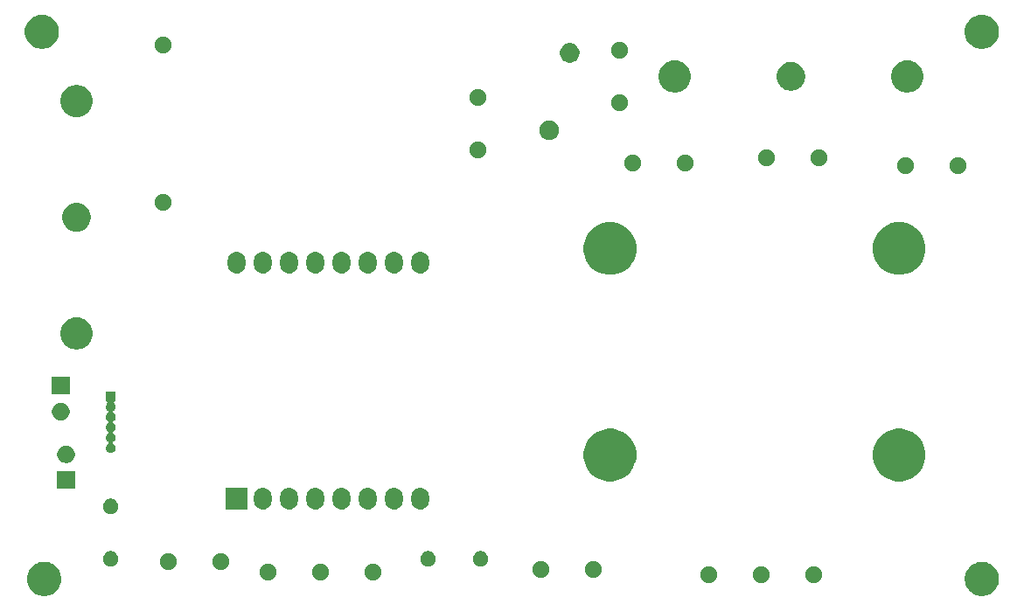
<source format=gbr>
G04 #@! TF.GenerationSoftware,KiCad,Pcbnew,5.1.5+dfsg1-2build2*
G04 #@! TF.CreationDate,2020-05-08T19:42:09+02:00*
G04 #@! TF.ProjectId,sm,736d2e6b-6963-4616-945f-706362585858,rev?*
G04 #@! TF.SameCoordinates,Original*
G04 #@! TF.FileFunction,Soldermask,Bot*
G04 #@! TF.FilePolarity,Negative*
%FSLAX46Y46*%
G04 Gerber Fmt 4.6, Leading zero omitted, Abs format (unit mm)*
G04 Created by KiCad (PCBNEW 5.1.5+dfsg1-2build2) date 2020-05-08 19:42:09*
%MOMM*%
%LPD*%
G04 APERTURE LIST*
%ADD10C,0.100000*%
G04 APERTURE END LIST*
D10*
G36*
X221375256Y-115391298D02*
G01*
X221481579Y-115412447D01*
X221694037Y-115500450D01*
X221738821Y-115519000D01*
X221782042Y-115536903D01*
X222052451Y-115717585D01*
X222282415Y-115947549D01*
X222463097Y-116217958D01*
X222587553Y-116518421D01*
X222608702Y-116624744D01*
X222651000Y-116837389D01*
X222651000Y-117162611D01*
X222622384Y-117306471D01*
X222587553Y-117481579D01*
X222463097Y-117782042D01*
X222282415Y-118052451D01*
X222052451Y-118282415D01*
X221782042Y-118463097D01*
X221481579Y-118587553D01*
X221375256Y-118608702D01*
X221162611Y-118651000D01*
X220837389Y-118651000D01*
X220624744Y-118608702D01*
X220518421Y-118587553D01*
X220217958Y-118463097D01*
X219947549Y-118282415D01*
X219717585Y-118052451D01*
X219536903Y-117782042D01*
X219412447Y-117481579D01*
X219377616Y-117306471D01*
X219349000Y-117162611D01*
X219349000Y-116837389D01*
X219391298Y-116624744D01*
X219412447Y-116518421D01*
X219536903Y-116217958D01*
X219717585Y-115947549D01*
X219947549Y-115717585D01*
X220217958Y-115536903D01*
X220261180Y-115519000D01*
X220305963Y-115500450D01*
X220518421Y-115412447D01*
X220624744Y-115391298D01*
X220837389Y-115349000D01*
X221162611Y-115349000D01*
X221375256Y-115391298D01*
G37*
G36*
X130581256Y-115391298D02*
G01*
X130687579Y-115412447D01*
X130900037Y-115500450D01*
X130944821Y-115519000D01*
X130988042Y-115536903D01*
X131258451Y-115717585D01*
X131488415Y-115947549D01*
X131669097Y-116217958D01*
X131793553Y-116518421D01*
X131814702Y-116624744D01*
X131857000Y-116837389D01*
X131857000Y-117162611D01*
X131828384Y-117306471D01*
X131793553Y-117481579D01*
X131669097Y-117782042D01*
X131488415Y-118052451D01*
X131258451Y-118282415D01*
X130988042Y-118463097D01*
X130687579Y-118587553D01*
X130581256Y-118608702D01*
X130368611Y-118651000D01*
X130043389Y-118651000D01*
X129830744Y-118608702D01*
X129724421Y-118587553D01*
X129423958Y-118463097D01*
X129153549Y-118282415D01*
X128923585Y-118052451D01*
X128742903Y-117782042D01*
X128618447Y-117481579D01*
X128583616Y-117306471D01*
X128555000Y-117162611D01*
X128555000Y-116837389D01*
X128597298Y-116624744D01*
X128618447Y-116518421D01*
X128742903Y-116217958D01*
X128923585Y-115947549D01*
X129153549Y-115717585D01*
X129423958Y-115536903D01*
X129467180Y-115519000D01*
X129511963Y-115500450D01*
X129724421Y-115412447D01*
X129830744Y-115391298D01*
X130043389Y-115349000D01*
X130368611Y-115349000D01*
X130581256Y-115391298D01*
G37*
G36*
X199881142Y-115804242D02*
G01*
X200029101Y-115865529D01*
X200162255Y-115954499D01*
X200275501Y-116067745D01*
X200364471Y-116200899D01*
X200425758Y-116348858D01*
X200457000Y-116505925D01*
X200457000Y-116666075D01*
X200425758Y-116823142D01*
X200364471Y-116971101D01*
X200275501Y-117104255D01*
X200162255Y-117217501D01*
X200029101Y-117306471D01*
X199881142Y-117367758D01*
X199724075Y-117399000D01*
X199563925Y-117399000D01*
X199406858Y-117367758D01*
X199258899Y-117306471D01*
X199125745Y-117217501D01*
X199012499Y-117104255D01*
X198923529Y-116971101D01*
X198862242Y-116823142D01*
X198831000Y-116666075D01*
X198831000Y-116505925D01*
X198862242Y-116348858D01*
X198923529Y-116200899D01*
X199012499Y-116067745D01*
X199125745Y-115954499D01*
X199258899Y-115865529D01*
X199406858Y-115804242D01*
X199563925Y-115773000D01*
X199724075Y-115773000D01*
X199881142Y-115804242D01*
G37*
G36*
X194801142Y-115804242D02*
G01*
X194949101Y-115865529D01*
X195082255Y-115954499D01*
X195195501Y-116067745D01*
X195284471Y-116200899D01*
X195345758Y-116348858D01*
X195377000Y-116505925D01*
X195377000Y-116666075D01*
X195345758Y-116823142D01*
X195284471Y-116971101D01*
X195195501Y-117104255D01*
X195082255Y-117217501D01*
X194949101Y-117306471D01*
X194801142Y-117367758D01*
X194644075Y-117399000D01*
X194483925Y-117399000D01*
X194326858Y-117367758D01*
X194178899Y-117306471D01*
X194045745Y-117217501D01*
X193932499Y-117104255D01*
X193843529Y-116971101D01*
X193782242Y-116823142D01*
X193751000Y-116666075D01*
X193751000Y-116505925D01*
X193782242Y-116348858D01*
X193843529Y-116200899D01*
X193932499Y-116067745D01*
X194045745Y-115954499D01*
X194178899Y-115865529D01*
X194326858Y-115804242D01*
X194483925Y-115773000D01*
X194644075Y-115773000D01*
X194801142Y-115804242D01*
G37*
G36*
X204961142Y-115804242D02*
G01*
X205109101Y-115865529D01*
X205242255Y-115954499D01*
X205355501Y-116067745D01*
X205444471Y-116200899D01*
X205505758Y-116348858D01*
X205537000Y-116505925D01*
X205537000Y-116666075D01*
X205505758Y-116823142D01*
X205444471Y-116971101D01*
X205355501Y-117104255D01*
X205242255Y-117217501D01*
X205109101Y-117306471D01*
X204961142Y-117367758D01*
X204804075Y-117399000D01*
X204643925Y-117399000D01*
X204486858Y-117367758D01*
X204338899Y-117306471D01*
X204205745Y-117217501D01*
X204092499Y-117104255D01*
X204003529Y-116971101D01*
X203942242Y-116823142D01*
X203911000Y-116666075D01*
X203911000Y-116505925D01*
X203942242Y-116348858D01*
X204003529Y-116200899D01*
X204092499Y-116067745D01*
X204205745Y-115954499D01*
X204338899Y-115865529D01*
X204486858Y-115804242D01*
X204643925Y-115773000D01*
X204804075Y-115773000D01*
X204961142Y-115804242D01*
G37*
G36*
X162289142Y-115550242D02*
G01*
X162437101Y-115611529D01*
X162570255Y-115700499D01*
X162683501Y-115813745D01*
X162772471Y-115946899D01*
X162833758Y-116094858D01*
X162865000Y-116251925D01*
X162865000Y-116412075D01*
X162833758Y-116569142D01*
X162772471Y-116717101D01*
X162683501Y-116850255D01*
X162570255Y-116963501D01*
X162437101Y-117052471D01*
X162289142Y-117113758D01*
X162132075Y-117145000D01*
X161971925Y-117145000D01*
X161814858Y-117113758D01*
X161666899Y-117052471D01*
X161533745Y-116963501D01*
X161420499Y-116850255D01*
X161331529Y-116717101D01*
X161270242Y-116569142D01*
X161239000Y-116412075D01*
X161239000Y-116251925D01*
X161270242Y-116094858D01*
X161331529Y-115946899D01*
X161420499Y-115813745D01*
X161533745Y-115700499D01*
X161666899Y-115611529D01*
X161814858Y-115550242D01*
X161971925Y-115519000D01*
X162132075Y-115519000D01*
X162289142Y-115550242D01*
G37*
G36*
X152129142Y-115550242D02*
G01*
X152277101Y-115611529D01*
X152410255Y-115700499D01*
X152523501Y-115813745D01*
X152612471Y-115946899D01*
X152673758Y-116094858D01*
X152705000Y-116251925D01*
X152705000Y-116412075D01*
X152673758Y-116569142D01*
X152612471Y-116717101D01*
X152523501Y-116850255D01*
X152410255Y-116963501D01*
X152277101Y-117052471D01*
X152129142Y-117113758D01*
X151972075Y-117145000D01*
X151811925Y-117145000D01*
X151654858Y-117113758D01*
X151506899Y-117052471D01*
X151373745Y-116963501D01*
X151260499Y-116850255D01*
X151171529Y-116717101D01*
X151110242Y-116569142D01*
X151079000Y-116412075D01*
X151079000Y-116251925D01*
X151110242Y-116094858D01*
X151171529Y-115946899D01*
X151260499Y-115813745D01*
X151373745Y-115700499D01*
X151506899Y-115611529D01*
X151654858Y-115550242D01*
X151811925Y-115519000D01*
X151972075Y-115519000D01*
X152129142Y-115550242D01*
G37*
G36*
X157209142Y-115550242D02*
G01*
X157357101Y-115611529D01*
X157490255Y-115700499D01*
X157603501Y-115813745D01*
X157692471Y-115946899D01*
X157753758Y-116094858D01*
X157785000Y-116251925D01*
X157785000Y-116412075D01*
X157753758Y-116569142D01*
X157692471Y-116717101D01*
X157603501Y-116850255D01*
X157490255Y-116963501D01*
X157357101Y-117052471D01*
X157209142Y-117113758D01*
X157052075Y-117145000D01*
X156891925Y-117145000D01*
X156734858Y-117113758D01*
X156586899Y-117052471D01*
X156453745Y-116963501D01*
X156340499Y-116850255D01*
X156251529Y-116717101D01*
X156190242Y-116569142D01*
X156159000Y-116412075D01*
X156159000Y-116251925D01*
X156190242Y-116094858D01*
X156251529Y-115946899D01*
X156340499Y-115813745D01*
X156453745Y-115700499D01*
X156586899Y-115611529D01*
X156734858Y-115550242D01*
X156891925Y-115519000D01*
X157052075Y-115519000D01*
X157209142Y-115550242D01*
G37*
G36*
X178545142Y-115296242D02*
G01*
X178693101Y-115357529D01*
X178826255Y-115446499D01*
X178939501Y-115559745D01*
X179028471Y-115692899D01*
X179089758Y-115840858D01*
X179121000Y-115997925D01*
X179121000Y-116158075D01*
X179089758Y-116315142D01*
X179028471Y-116463101D01*
X178939501Y-116596255D01*
X178826255Y-116709501D01*
X178693101Y-116798471D01*
X178545142Y-116859758D01*
X178388075Y-116891000D01*
X178227925Y-116891000D01*
X178070858Y-116859758D01*
X177922899Y-116798471D01*
X177789745Y-116709501D01*
X177676499Y-116596255D01*
X177587529Y-116463101D01*
X177526242Y-116315142D01*
X177495000Y-116158075D01*
X177495000Y-115997925D01*
X177526242Y-115840858D01*
X177587529Y-115692899D01*
X177676499Y-115559745D01*
X177789745Y-115446499D01*
X177922899Y-115357529D01*
X178070858Y-115296242D01*
X178227925Y-115265000D01*
X178388075Y-115265000D01*
X178545142Y-115296242D01*
G37*
G36*
X183625142Y-115296242D02*
G01*
X183773101Y-115357529D01*
X183906255Y-115446499D01*
X184019501Y-115559745D01*
X184108471Y-115692899D01*
X184169758Y-115840858D01*
X184201000Y-115997925D01*
X184201000Y-116158075D01*
X184169758Y-116315142D01*
X184108471Y-116463101D01*
X184019501Y-116596255D01*
X183906255Y-116709501D01*
X183773101Y-116798471D01*
X183625142Y-116859758D01*
X183468075Y-116891000D01*
X183307925Y-116891000D01*
X183150858Y-116859758D01*
X183002899Y-116798471D01*
X182869745Y-116709501D01*
X182756499Y-116596255D01*
X182667529Y-116463101D01*
X182606242Y-116315142D01*
X182575000Y-116158075D01*
X182575000Y-115997925D01*
X182606242Y-115840858D01*
X182667529Y-115692899D01*
X182756499Y-115559745D01*
X182869745Y-115446499D01*
X183002899Y-115357529D01*
X183150858Y-115296242D01*
X183307925Y-115265000D01*
X183468075Y-115265000D01*
X183625142Y-115296242D01*
G37*
G36*
X142477142Y-114534242D02*
G01*
X142625101Y-114595529D01*
X142758255Y-114684499D01*
X142871501Y-114797745D01*
X142960471Y-114930899D01*
X143021758Y-115078858D01*
X143053000Y-115235925D01*
X143053000Y-115396075D01*
X143021758Y-115553142D01*
X142960471Y-115701101D01*
X142871501Y-115834255D01*
X142758255Y-115947501D01*
X142625101Y-116036471D01*
X142477142Y-116097758D01*
X142320075Y-116129000D01*
X142159925Y-116129000D01*
X142002858Y-116097758D01*
X141854899Y-116036471D01*
X141721745Y-115947501D01*
X141608499Y-115834255D01*
X141519529Y-115701101D01*
X141458242Y-115553142D01*
X141427000Y-115396075D01*
X141427000Y-115235925D01*
X141458242Y-115078858D01*
X141519529Y-114930899D01*
X141608499Y-114797745D01*
X141721745Y-114684499D01*
X141854899Y-114595529D01*
X142002858Y-114534242D01*
X142159925Y-114503000D01*
X142320075Y-114503000D01*
X142477142Y-114534242D01*
G37*
G36*
X147557142Y-114534242D02*
G01*
X147705101Y-114595529D01*
X147838255Y-114684499D01*
X147951501Y-114797745D01*
X148040471Y-114930899D01*
X148101758Y-115078858D01*
X148133000Y-115235925D01*
X148133000Y-115396075D01*
X148101758Y-115553142D01*
X148040471Y-115701101D01*
X147951501Y-115834255D01*
X147838255Y-115947501D01*
X147705101Y-116036471D01*
X147557142Y-116097758D01*
X147400075Y-116129000D01*
X147239925Y-116129000D01*
X147082858Y-116097758D01*
X146934899Y-116036471D01*
X146801745Y-115947501D01*
X146688499Y-115834255D01*
X146599529Y-115701101D01*
X146538242Y-115553142D01*
X146507000Y-115396075D01*
X146507000Y-115235925D01*
X146538242Y-115078858D01*
X146599529Y-114930899D01*
X146688499Y-114797745D01*
X146801745Y-114684499D01*
X146934899Y-114595529D01*
X147082858Y-114534242D01*
X147239925Y-114503000D01*
X147400075Y-114503000D01*
X147557142Y-114534242D01*
G37*
G36*
X167605059Y-114339860D02*
G01*
X167741732Y-114396472D01*
X167864735Y-114478660D01*
X167969340Y-114583265D01*
X168051528Y-114706268D01*
X168108140Y-114842941D01*
X168137000Y-114988033D01*
X168137000Y-115135967D01*
X168108140Y-115281059D01*
X168051528Y-115417732D01*
X167969340Y-115540735D01*
X167864735Y-115645340D01*
X167741732Y-115727528D01*
X167741731Y-115727529D01*
X167741730Y-115727529D01*
X167605059Y-115784140D01*
X167459968Y-115813000D01*
X167312032Y-115813000D01*
X167166941Y-115784140D01*
X167030270Y-115727529D01*
X167030269Y-115727529D01*
X167030268Y-115727528D01*
X166907265Y-115645340D01*
X166802660Y-115540735D01*
X166720472Y-115417732D01*
X166663860Y-115281059D01*
X166635000Y-115135967D01*
X166635000Y-114988033D01*
X166663860Y-114842941D01*
X166720472Y-114706268D01*
X166802660Y-114583265D01*
X166907265Y-114478660D01*
X167030268Y-114396472D01*
X167166941Y-114339860D01*
X167312032Y-114311000D01*
X167459968Y-114311000D01*
X167605059Y-114339860D01*
G37*
G36*
X136871059Y-114339860D02*
G01*
X137007732Y-114396472D01*
X137130735Y-114478660D01*
X137235340Y-114583265D01*
X137317528Y-114706268D01*
X137374140Y-114842941D01*
X137403000Y-114988033D01*
X137403000Y-115135967D01*
X137374140Y-115281059D01*
X137317528Y-115417732D01*
X137235340Y-115540735D01*
X137130735Y-115645340D01*
X137007732Y-115727528D01*
X137007731Y-115727529D01*
X137007730Y-115727529D01*
X136871059Y-115784140D01*
X136725968Y-115813000D01*
X136578032Y-115813000D01*
X136432941Y-115784140D01*
X136296270Y-115727529D01*
X136296269Y-115727529D01*
X136296268Y-115727528D01*
X136173265Y-115645340D01*
X136068660Y-115540735D01*
X135986472Y-115417732D01*
X135929860Y-115281059D01*
X135901000Y-115135967D01*
X135901000Y-114988033D01*
X135929860Y-114842941D01*
X135986472Y-114706268D01*
X136068660Y-114583265D01*
X136173265Y-114478660D01*
X136296268Y-114396472D01*
X136432941Y-114339860D01*
X136578032Y-114311000D01*
X136725968Y-114311000D01*
X136871059Y-114339860D01*
G37*
G36*
X172685059Y-114339860D02*
G01*
X172821732Y-114396472D01*
X172944735Y-114478660D01*
X173049340Y-114583265D01*
X173131528Y-114706268D01*
X173188140Y-114842941D01*
X173217000Y-114988033D01*
X173217000Y-115135967D01*
X173188140Y-115281059D01*
X173131528Y-115417732D01*
X173049340Y-115540735D01*
X172944735Y-115645340D01*
X172821732Y-115727528D01*
X172821731Y-115727529D01*
X172821730Y-115727529D01*
X172685059Y-115784140D01*
X172539968Y-115813000D01*
X172392032Y-115813000D01*
X172246941Y-115784140D01*
X172110270Y-115727529D01*
X172110269Y-115727529D01*
X172110268Y-115727528D01*
X171987265Y-115645340D01*
X171882660Y-115540735D01*
X171800472Y-115417732D01*
X171743860Y-115281059D01*
X171715000Y-115135967D01*
X171715000Y-114988033D01*
X171743860Y-114842941D01*
X171800472Y-114706268D01*
X171882660Y-114583265D01*
X171987265Y-114478660D01*
X172110268Y-114396472D01*
X172246941Y-114339860D01*
X172392032Y-114311000D01*
X172539968Y-114311000D01*
X172685059Y-114339860D01*
G37*
G36*
X136871059Y-109259860D02*
G01*
X137007732Y-109316472D01*
X137130735Y-109398660D01*
X137235340Y-109503265D01*
X137317528Y-109626268D01*
X137374140Y-109762941D01*
X137403000Y-109908033D01*
X137403000Y-110055967D01*
X137374140Y-110201059D01*
X137317528Y-110337732D01*
X137235340Y-110460735D01*
X137130735Y-110565340D01*
X137007732Y-110647528D01*
X137007731Y-110647529D01*
X137007730Y-110647529D01*
X136871059Y-110704140D01*
X136725968Y-110733000D01*
X136578032Y-110733000D01*
X136432941Y-110704140D01*
X136296270Y-110647529D01*
X136296269Y-110647529D01*
X136296268Y-110647528D01*
X136173265Y-110565340D01*
X136068660Y-110460735D01*
X135986472Y-110337732D01*
X135929860Y-110201059D01*
X135901000Y-110055967D01*
X135901000Y-109908033D01*
X135929860Y-109762941D01*
X135986472Y-109626268D01*
X136068660Y-109503265D01*
X136173265Y-109398660D01*
X136296268Y-109316472D01*
X136432941Y-109259860D01*
X136578032Y-109231000D01*
X136725968Y-109231000D01*
X136871059Y-109259860D01*
G37*
G36*
X154090822Y-108181313D02*
G01*
X154251241Y-108229976D01*
X154399077Y-108308995D01*
X154528659Y-108415341D01*
X154635004Y-108544922D01*
X154635005Y-108544924D01*
X154714024Y-108692758D01*
X154762687Y-108853177D01*
X154775000Y-108978196D01*
X154775000Y-109461803D01*
X154762687Y-109586822D01*
X154714024Y-109747242D01*
X154643114Y-109879906D01*
X154635004Y-109895078D01*
X154528659Y-110024659D01*
X154399078Y-110131004D01*
X154399076Y-110131005D01*
X154251242Y-110210024D01*
X154090823Y-110258687D01*
X153924000Y-110275117D01*
X153757178Y-110258687D01*
X153596759Y-110210024D01*
X153448925Y-110131005D01*
X153448923Y-110131004D01*
X153319342Y-110024659D01*
X153212996Y-109895078D01*
X153204886Y-109879906D01*
X153133976Y-109747242D01*
X153085313Y-109586823D01*
X153073000Y-109461804D01*
X153073000Y-108978197D01*
X153085313Y-108853178D01*
X153133976Y-108692759D01*
X153212995Y-108544923D01*
X153319341Y-108415341D01*
X153448922Y-108308996D01*
X153478849Y-108293000D01*
X153596758Y-108229976D01*
X153757177Y-108181313D01*
X153924000Y-108164883D01*
X154090822Y-108181313D01*
G37*
G36*
X151550822Y-108181313D02*
G01*
X151711241Y-108229976D01*
X151859077Y-108308995D01*
X151988659Y-108415341D01*
X152095004Y-108544922D01*
X152095005Y-108544924D01*
X152174024Y-108692758D01*
X152222687Y-108853177D01*
X152235000Y-108978196D01*
X152235000Y-109461803D01*
X152222687Y-109586822D01*
X152174024Y-109747242D01*
X152103114Y-109879906D01*
X152095004Y-109895078D01*
X151988659Y-110024659D01*
X151859078Y-110131004D01*
X151859076Y-110131005D01*
X151711242Y-110210024D01*
X151550823Y-110258687D01*
X151384000Y-110275117D01*
X151217178Y-110258687D01*
X151056759Y-110210024D01*
X150908925Y-110131005D01*
X150908923Y-110131004D01*
X150779342Y-110024659D01*
X150672996Y-109895078D01*
X150664886Y-109879906D01*
X150593976Y-109747242D01*
X150545313Y-109586823D01*
X150533000Y-109461804D01*
X150533000Y-108978197D01*
X150545313Y-108853178D01*
X150593976Y-108692759D01*
X150672995Y-108544923D01*
X150779341Y-108415341D01*
X150908922Y-108308996D01*
X150938849Y-108293000D01*
X151056758Y-108229976D01*
X151217177Y-108181313D01*
X151384000Y-108164883D01*
X151550822Y-108181313D01*
G37*
G36*
X164250822Y-108181313D02*
G01*
X164411241Y-108229976D01*
X164559077Y-108308995D01*
X164688659Y-108415341D01*
X164795004Y-108544922D01*
X164795005Y-108544924D01*
X164874024Y-108692758D01*
X164922687Y-108853177D01*
X164935000Y-108978196D01*
X164935000Y-109461803D01*
X164922687Y-109586822D01*
X164874024Y-109747242D01*
X164803114Y-109879906D01*
X164795004Y-109895078D01*
X164688659Y-110024659D01*
X164559078Y-110131004D01*
X164559076Y-110131005D01*
X164411242Y-110210024D01*
X164250823Y-110258687D01*
X164084000Y-110275117D01*
X163917178Y-110258687D01*
X163756759Y-110210024D01*
X163608925Y-110131005D01*
X163608923Y-110131004D01*
X163479342Y-110024659D01*
X163372996Y-109895078D01*
X163364886Y-109879906D01*
X163293976Y-109747242D01*
X163245313Y-109586823D01*
X163233000Y-109461804D01*
X163233000Y-108978197D01*
X163245313Y-108853178D01*
X163293976Y-108692759D01*
X163372995Y-108544923D01*
X163479341Y-108415341D01*
X163608922Y-108308996D01*
X163638849Y-108293000D01*
X163756758Y-108229976D01*
X163917177Y-108181313D01*
X164084000Y-108164883D01*
X164250822Y-108181313D01*
G37*
G36*
X161710822Y-108181313D02*
G01*
X161871241Y-108229976D01*
X162019077Y-108308995D01*
X162148659Y-108415341D01*
X162255004Y-108544922D01*
X162255005Y-108544924D01*
X162334024Y-108692758D01*
X162382687Y-108853177D01*
X162395000Y-108978196D01*
X162395000Y-109461803D01*
X162382687Y-109586822D01*
X162334024Y-109747242D01*
X162263114Y-109879906D01*
X162255004Y-109895078D01*
X162148659Y-110024659D01*
X162019078Y-110131004D01*
X162019076Y-110131005D01*
X161871242Y-110210024D01*
X161710823Y-110258687D01*
X161544000Y-110275117D01*
X161377178Y-110258687D01*
X161216759Y-110210024D01*
X161068925Y-110131005D01*
X161068923Y-110131004D01*
X160939342Y-110024659D01*
X160832996Y-109895078D01*
X160824886Y-109879906D01*
X160753976Y-109747242D01*
X160705313Y-109586823D01*
X160693000Y-109461804D01*
X160693000Y-108978197D01*
X160705313Y-108853178D01*
X160753976Y-108692759D01*
X160832995Y-108544923D01*
X160939341Y-108415341D01*
X161068922Y-108308996D01*
X161098849Y-108293000D01*
X161216758Y-108229976D01*
X161377177Y-108181313D01*
X161544000Y-108164883D01*
X161710822Y-108181313D01*
G37*
G36*
X159170822Y-108181313D02*
G01*
X159331241Y-108229976D01*
X159479077Y-108308995D01*
X159608659Y-108415341D01*
X159715004Y-108544922D01*
X159715005Y-108544924D01*
X159794024Y-108692758D01*
X159842687Y-108853177D01*
X159855000Y-108978196D01*
X159855000Y-109461803D01*
X159842687Y-109586822D01*
X159794024Y-109747242D01*
X159723114Y-109879906D01*
X159715004Y-109895078D01*
X159608659Y-110024659D01*
X159479078Y-110131004D01*
X159479076Y-110131005D01*
X159331242Y-110210024D01*
X159170823Y-110258687D01*
X159004000Y-110275117D01*
X158837178Y-110258687D01*
X158676759Y-110210024D01*
X158528925Y-110131005D01*
X158528923Y-110131004D01*
X158399342Y-110024659D01*
X158292996Y-109895078D01*
X158284886Y-109879906D01*
X158213976Y-109747242D01*
X158165313Y-109586823D01*
X158153000Y-109461804D01*
X158153000Y-108978197D01*
X158165313Y-108853178D01*
X158213976Y-108692759D01*
X158292995Y-108544923D01*
X158399341Y-108415341D01*
X158528922Y-108308996D01*
X158558849Y-108293000D01*
X158676758Y-108229976D01*
X158837177Y-108181313D01*
X159004000Y-108164883D01*
X159170822Y-108181313D01*
G37*
G36*
X166790822Y-108181313D02*
G01*
X166951241Y-108229976D01*
X167099077Y-108308995D01*
X167228659Y-108415341D01*
X167335004Y-108544922D01*
X167335005Y-108544924D01*
X167414024Y-108692758D01*
X167462687Y-108853177D01*
X167475000Y-108978196D01*
X167475000Y-109461803D01*
X167462687Y-109586822D01*
X167414024Y-109747242D01*
X167343114Y-109879906D01*
X167335004Y-109895078D01*
X167228659Y-110024659D01*
X167099078Y-110131004D01*
X167099076Y-110131005D01*
X166951242Y-110210024D01*
X166790823Y-110258687D01*
X166624000Y-110275117D01*
X166457178Y-110258687D01*
X166296759Y-110210024D01*
X166148925Y-110131005D01*
X166148923Y-110131004D01*
X166019342Y-110024659D01*
X165912996Y-109895078D01*
X165904886Y-109879906D01*
X165833976Y-109747242D01*
X165785313Y-109586823D01*
X165773000Y-109461804D01*
X165773000Y-108978197D01*
X165785313Y-108853178D01*
X165833976Y-108692759D01*
X165912995Y-108544923D01*
X166019341Y-108415341D01*
X166148922Y-108308996D01*
X166178849Y-108293000D01*
X166296758Y-108229976D01*
X166457177Y-108181313D01*
X166624000Y-108164883D01*
X166790822Y-108181313D01*
G37*
G36*
X156630822Y-108181313D02*
G01*
X156791241Y-108229976D01*
X156939077Y-108308995D01*
X157068659Y-108415341D01*
X157175004Y-108544922D01*
X157175005Y-108544924D01*
X157254024Y-108692758D01*
X157302687Y-108853177D01*
X157315000Y-108978196D01*
X157315000Y-109461803D01*
X157302687Y-109586822D01*
X157254024Y-109747242D01*
X157183114Y-109879906D01*
X157175004Y-109895078D01*
X157068659Y-110024659D01*
X156939078Y-110131004D01*
X156939076Y-110131005D01*
X156791242Y-110210024D01*
X156630823Y-110258687D01*
X156464000Y-110275117D01*
X156297178Y-110258687D01*
X156136759Y-110210024D01*
X155988925Y-110131005D01*
X155988923Y-110131004D01*
X155859342Y-110024659D01*
X155752996Y-109895078D01*
X155744886Y-109879906D01*
X155673976Y-109747242D01*
X155625313Y-109586823D01*
X155613000Y-109461804D01*
X155613000Y-108978197D01*
X155625313Y-108853178D01*
X155673976Y-108692759D01*
X155752995Y-108544923D01*
X155859341Y-108415341D01*
X155988922Y-108308996D01*
X156018849Y-108293000D01*
X156136758Y-108229976D01*
X156297177Y-108181313D01*
X156464000Y-108164883D01*
X156630822Y-108181313D01*
G37*
G36*
X149895000Y-110271000D02*
G01*
X147793000Y-110271000D01*
X147793000Y-108169000D01*
X149895000Y-108169000D01*
X149895000Y-110271000D01*
G37*
G36*
X133185000Y-108293000D02*
G01*
X131483000Y-108293000D01*
X131483000Y-106591000D01*
X133185000Y-106591000D01*
X133185000Y-108293000D01*
G37*
G36*
X185744098Y-102547033D02*
G01*
X186208350Y-102739332D01*
X186208352Y-102739333D01*
X186626168Y-103018509D01*
X186981491Y-103373832D01*
X187259566Y-103790000D01*
X187260668Y-103791650D01*
X187452967Y-104255902D01*
X187551000Y-104748747D01*
X187551000Y-105251253D01*
X187452967Y-105744098D01*
X187446257Y-105760297D01*
X187260667Y-106208352D01*
X186981491Y-106626168D01*
X186626168Y-106981491D01*
X186208352Y-107260667D01*
X186208351Y-107260668D01*
X186208350Y-107260668D01*
X185744098Y-107452967D01*
X185251253Y-107551000D01*
X184748747Y-107551000D01*
X184255902Y-107452967D01*
X183791650Y-107260668D01*
X183791649Y-107260668D01*
X183791648Y-107260667D01*
X183373832Y-106981491D01*
X183018509Y-106626168D01*
X182739333Y-106208352D01*
X182553743Y-105760297D01*
X182547033Y-105744098D01*
X182449000Y-105251253D01*
X182449000Y-104748747D01*
X182547033Y-104255902D01*
X182739332Y-103791650D01*
X182740434Y-103790000D01*
X183018509Y-103373832D01*
X183373832Y-103018509D01*
X183791648Y-102739333D01*
X183791650Y-102739332D01*
X184255902Y-102547033D01*
X184748747Y-102449000D01*
X185251253Y-102449000D01*
X185744098Y-102547033D01*
G37*
G36*
X213744098Y-102547033D02*
G01*
X214208350Y-102739332D01*
X214208352Y-102739333D01*
X214626168Y-103018509D01*
X214981491Y-103373832D01*
X215259566Y-103790000D01*
X215260668Y-103791650D01*
X215452967Y-104255902D01*
X215551000Y-104748747D01*
X215551000Y-105251253D01*
X215452967Y-105744098D01*
X215446257Y-105760297D01*
X215260667Y-106208352D01*
X214981491Y-106626168D01*
X214626168Y-106981491D01*
X214208352Y-107260667D01*
X214208351Y-107260668D01*
X214208350Y-107260668D01*
X213744098Y-107452967D01*
X213251253Y-107551000D01*
X212748747Y-107551000D01*
X212255902Y-107452967D01*
X211791650Y-107260668D01*
X211791649Y-107260668D01*
X211791648Y-107260667D01*
X211373832Y-106981491D01*
X211018509Y-106626168D01*
X210739333Y-106208352D01*
X210553743Y-105760297D01*
X210547033Y-105744098D01*
X210449000Y-105251253D01*
X210449000Y-104748747D01*
X210547033Y-104255902D01*
X210739332Y-103791650D01*
X210740434Y-103790000D01*
X211018509Y-103373832D01*
X211373832Y-103018509D01*
X211791648Y-102739333D01*
X211791650Y-102739332D01*
X212255902Y-102547033D01*
X212748747Y-102449000D01*
X213251253Y-102449000D01*
X213744098Y-102547033D01*
G37*
G36*
X132582228Y-104123703D02*
G01*
X132737100Y-104187853D01*
X132876481Y-104280985D01*
X132995015Y-104399519D01*
X133088147Y-104538900D01*
X133152297Y-104693772D01*
X133185000Y-104858184D01*
X133185000Y-105025816D01*
X133152297Y-105190228D01*
X133088147Y-105345100D01*
X132995015Y-105484481D01*
X132876481Y-105603015D01*
X132737100Y-105696147D01*
X132582228Y-105760297D01*
X132417816Y-105793000D01*
X132250184Y-105793000D01*
X132085772Y-105760297D01*
X131930900Y-105696147D01*
X131791519Y-105603015D01*
X131672985Y-105484481D01*
X131579853Y-105345100D01*
X131515703Y-105190228D01*
X131483000Y-105025816D01*
X131483000Y-104858184D01*
X131515703Y-104693772D01*
X131579853Y-104538900D01*
X131672985Y-104399519D01*
X131791519Y-104280985D01*
X131930900Y-104187853D01*
X132085772Y-104123703D01*
X132250184Y-104091000D01*
X132417816Y-104091000D01*
X132582228Y-104123703D01*
G37*
G36*
X137128000Y-99790000D02*
G01*
X137102940Y-99790000D01*
X137078554Y-99792402D01*
X137055105Y-99799515D01*
X137033494Y-99811066D01*
X137014552Y-99826611D01*
X136999007Y-99845553D01*
X136987456Y-99867164D01*
X136980343Y-99890613D01*
X136977941Y-99914999D01*
X136980343Y-99939385D01*
X136987456Y-99962834D01*
X136999007Y-99984445D01*
X137014552Y-100003387D01*
X137021733Y-100010568D01*
X137073826Y-100088530D01*
X137073826Y-100088531D01*
X137109708Y-100175157D01*
X137128000Y-100267117D01*
X137128000Y-100360883D01*
X137109708Y-100452843D01*
X137088689Y-100503588D01*
X137073826Y-100539470D01*
X137066942Y-100549772D01*
X137021733Y-100617432D01*
X136955430Y-100683735D01*
X136916021Y-100710067D01*
X136897079Y-100725612D01*
X136881534Y-100744554D01*
X136869982Y-100766164D01*
X136862869Y-100789613D01*
X136860467Y-100813999D01*
X136862869Y-100838385D01*
X136869982Y-100861834D01*
X136881533Y-100883445D01*
X136897078Y-100902387D01*
X136916021Y-100917933D01*
X136955430Y-100944265D01*
X137021733Y-101010568D01*
X137073826Y-101088530D01*
X137073826Y-101088531D01*
X137109708Y-101175157D01*
X137128000Y-101267117D01*
X137128000Y-101360883D01*
X137109708Y-101452843D01*
X137107151Y-101459015D01*
X137073826Y-101539470D01*
X137022493Y-101616295D01*
X137021733Y-101617432D01*
X136955430Y-101683735D01*
X136916021Y-101710067D01*
X136897079Y-101725612D01*
X136881534Y-101744554D01*
X136869982Y-101766164D01*
X136862869Y-101789613D01*
X136860467Y-101813999D01*
X136862869Y-101838385D01*
X136869982Y-101861834D01*
X136881533Y-101883445D01*
X136897078Y-101902387D01*
X136916021Y-101917933D01*
X136955430Y-101944265D01*
X137021733Y-102010568D01*
X137073826Y-102088530D01*
X137073826Y-102088531D01*
X137109708Y-102175157D01*
X137128000Y-102267117D01*
X137128000Y-102360883D01*
X137109708Y-102452843D01*
X137088689Y-102503588D01*
X137073826Y-102539470D01*
X137021733Y-102617432D01*
X136955430Y-102683735D01*
X136916021Y-102710067D01*
X136897079Y-102725612D01*
X136881534Y-102744554D01*
X136869982Y-102766164D01*
X136862869Y-102789613D01*
X136860467Y-102813999D01*
X136862869Y-102838385D01*
X136869982Y-102861834D01*
X136881533Y-102883445D01*
X136897078Y-102902387D01*
X136916021Y-102917933D01*
X136955430Y-102944265D01*
X137021733Y-103010568D01*
X137073826Y-103088530D01*
X137073826Y-103088531D01*
X137109708Y-103175157D01*
X137128000Y-103267117D01*
X137128000Y-103360883D01*
X137109708Y-103452843D01*
X137088689Y-103503588D01*
X137073826Y-103539470D01*
X137021733Y-103617432D01*
X136955430Y-103683735D01*
X136916021Y-103710067D01*
X136897079Y-103725612D01*
X136881534Y-103744554D01*
X136869982Y-103766164D01*
X136862869Y-103789613D01*
X136860467Y-103813999D01*
X136862869Y-103838385D01*
X136869982Y-103861834D01*
X136881533Y-103883445D01*
X136897078Y-103902387D01*
X136916021Y-103917933D01*
X136955430Y-103944265D01*
X137021733Y-104010568D01*
X137073826Y-104088530D01*
X137073826Y-104088531D01*
X137109708Y-104175157D01*
X137128000Y-104267117D01*
X137128000Y-104360883D01*
X137109708Y-104452843D01*
X137088689Y-104503588D01*
X137073826Y-104539470D01*
X137021733Y-104617432D01*
X136955432Y-104683733D01*
X136877470Y-104735826D01*
X136846275Y-104748747D01*
X136790843Y-104771708D01*
X136698883Y-104790000D01*
X136605117Y-104790000D01*
X136513157Y-104771708D01*
X136457725Y-104748747D01*
X136426530Y-104735826D01*
X136348568Y-104683733D01*
X136282267Y-104617432D01*
X136230174Y-104539470D01*
X136215311Y-104503588D01*
X136194292Y-104452843D01*
X136176000Y-104360883D01*
X136176000Y-104267117D01*
X136194292Y-104175157D01*
X136230174Y-104088531D01*
X136230174Y-104088530D01*
X136282267Y-104010568D01*
X136348570Y-103944265D01*
X136387979Y-103917933D01*
X136406921Y-103902388D01*
X136422466Y-103883446D01*
X136434018Y-103861836D01*
X136441131Y-103838387D01*
X136443533Y-103814001D01*
X136441131Y-103789615D01*
X136434018Y-103766166D01*
X136422467Y-103744555D01*
X136406922Y-103725613D01*
X136387979Y-103710067D01*
X136348570Y-103683735D01*
X136282267Y-103617432D01*
X136230174Y-103539470D01*
X136215311Y-103503588D01*
X136194292Y-103452843D01*
X136176000Y-103360883D01*
X136176000Y-103267117D01*
X136194292Y-103175157D01*
X136230174Y-103088531D01*
X136230174Y-103088530D01*
X136282267Y-103010568D01*
X136348570Y-102944265D01*
X136387979Y-102917933D01*
X136406921Y-102902388D01*
X136422466Y-102883446D01*
X136434018Y-102861836D01*
X136441131Y-102838387D01*
X136443533Y-102814001D01*
X136441131Y-102789615D01*
X136434018Y-102766166D01*
X136422467Y-102744555D01*
X136406922Y-102725613D01*
X136387979Y-102710067D01*
X136348570Y-102683735D01*
X136282267Y-102617432D01*
X136230174Y-102539470D01*
X136215311Y-102503588D01*
X136194292Y-102452843D01*
X136176000Y-102360883D01*
X136176000Y-102267117D01*
X136194292Y-102175157D01*
X136230174Y-102088531D01*
X136230174Y-102088530D01*
X136282267Y-102010568D01*
X136348570Y-101944265D01*
X136387979Y-101917933D01*
X136406921Y-101902388D01*
X136422466Y-101883446D01*
X136434018Y-101861836D01*
X136441131Y-101838387D01*
X136443533Y-101814001D01*
X136441131Y-101789615D01*
X136434018Y-101766166D01*
X136422467Y-101744555D01*
X136406922Y-101725613D01*
X136387979Y-101710067D01*
X136348570Y-101683735D01*
X136282267Y-101617432D01*
X136281507Y-101616295D01*
X136230174Y-101539470D01*
X136196849Y-101459015D01*
X136194292Y-101452843D01*
X136176000Y-101360883D01*
X136176000Y-101267117D01*
X136194292Y-101175157D01*
X136230174Y-101088531D01*
X136230174Y-101088530D01*
X136282267Y-101010568D01*
X136348570Y-100944265D01*
X136387979Y-100917933D01*
X136406921Y-100902388D01*
X136422466Y-100883446D01*
X136434018Y-100861836D01*
X136441131Y-100838387D01*
X136443533Y-100814001D01*
X136441131Y-100789615D01*
X136434018Y-100766166D01*
X136422467Y-100744555D01*
X136406922Y-100725613D01*
X136387979Y-100710067D01*
X136348570Y-100683735D01*
X136282267Y-100617432D01*
X136237058Y-100549772D01*
X136230174Y-100539470D01*
X136215311Y-100503588D01*
X136194292Y-100452843D01*
X136176000Y-100360883D01*
X136176000Y-100267117D01*
X136194292Y-100175157D01*
X136230174Y-100088531D01*
X136230174Y-100088530D01*
X136282267Y-100010568D01*
X136289448Y-100003387D01*
X136304993Y-99984445D01*
X136316544Y-99962834D01*
X136323657Y-99939385D01*
X136326059Y-99914999D01*
X136323657Y-99890613D01*
X136316544Y-99867164D01*
X136304993Y-99845553D01*
X136289448Y-99826611D01*
X136270506Y-99811066D01*
X136248895Y-99799515D01*
X136225446Y-99792402D01*
X136201060Y-99790000D01*
X136176000Y-99790000D01*
X136176000Y-98838000D01*
X137128000Y-98838000D01*
X137128000Y-99790000D01*
G37*
G36*
X132074228Y-99979703D02*
G01*
X132229100Y-100043853D01*
X132368481Y-100136985D01*
X132487015Y-100255519D01*
X132580147Y-100394900D01*
X132644297Y-100549772D01*
X132677000Y-100714184D01*
X132677000Y-100881816D01*
X132644297Y-101046228D01*
X132580147Y-101201100D01*
X132487015Y-101340481D01*
X132368481Y-101459015D01*
X132229100Y-101552147D01*
X132074228Y-101616297D01*
X131909816Y-101649000D01*
X131742184Y-101649000D01*
X131577772Y-101616297D01*
X131422900Y-101552147D01*
X131283519Y-101459015D01*
X131164985Y-101340481D01*
X131071853Y-101201100D01*
X131007703Y-101046228D01*
X130975000Y-100881816D01*
X130975000Y-100714184D01*
X131007703Y-100549772D01*
X131071853Y-100394900D01*
X131164985Y-100255519D01*
X131283519Y-100136985D01*
X131422900Y-100043853D01*
X131577772Y-99979703D01*
X131742184Y-99947000D01*
X131909816Y-99947000D01*
X132074228Y-99979703D01*
G37*
G36*
X132677000Y-99149000D02*
G01*
X130975000Y-99149000D01*
X130975000Y-97447000D01*
X132677000Y-97447000D01*
X132677000Y-99149000D01*
G37*
G36*
X133652585Y-91696802D02*
G01*
X133802410Y-91726604D01*
X134084674Y-91843521D01*
X134338705Y-92013259D01*
X134554741Y-92229295D01*
X134724479Y-92483326D01*
X134841396Y-92765590D01*
X134901000Y-93065240D01*
X134901000Y-93370760D01*
X134841396Y-93670410D01*
X134724479Y-93952674D01*
X134554741Y-94206705D01*
X134338705Y-94422741D01*
X134084674Y-94592479D01*
X133802410Y-94709396D01*
X133652585Y-94739198D01*
X133502761Y-94769000D01*
X133197239Y-94769000D01*
X133047415Y-94739198D01*
X132897590Y-94709396D01*
X132615326Y-94592479D01*
X132361295Y-94422741D01*
X132145259Y-94206705D01*
X131975521Y-93952674D01*
X131858604Y-93670410D01*
X131799000Y-93370760D01*
X131799000Y-93065240D01*
X131858604Y-92765590D01*
X131975521Y-92483326D01*
X132145259Y-92229295D01*
X132361295Y-92013259D01*
X132615326Y-91843521D01*
X132897590Y-91726604D01*
X133047415Y-91696802D01*
X133197239Y-91667000D01*
X133502761Y-91667000D01*
X133652585Y-91696802D01*
G37*
G36*
X185744098Y-82547033D02*
G01*
X186208350Y-82739332D01*
X186208352Y-82739333D01*
X186626168Y-83018509D01*
X186981491Y-83373832D01*
X187260667Y-83791648D01*
X187260668Y-83791650D01*
X187452967Y-84255902D01*
X187551000Y-84748747D01*
X187551000Y-85251253D01*
X187452967Y-85744098D01*
X187298009Y-86118200D01*
X187260667Y-86208352D01*
X186981491Y-86626168D01*
X186626168Y-86981491D01*
X186208352Y-87260667D01*
X186208351Y-87260668D01*
X186208350Y-87260668D01*
X185744098Y-87452967D01*
X185251253Y-87551000D01*
X184748747Y-87551000D01*
X184255902Y-87452967D01*
X183791650Y-87260668D01*
X183791649Y-87260668D01*
X183791648Y-87260667D01*
X183373832Y-86981491D01*
X183018509Y-86626168D01*
X182739333Y-86208352D01*
X182701991Y-86118200D01*
X182547033Y-85744098D01*
X182449000Y-85251253D01*
X182449000Y-84748747D01*
X182547033Y-84255902D01*
X182739332Y-83791650D01*
X182739333Y-83791648D01*
X183018509Y-83373832D01*
X183373832Y-83018509D01*
X183791648Y-82739333D01*
X183791650Y-82739332D01*
X184255902Y-82547033D01*
X184748747Y-82449000D01*
X185251253Y-82449000D01*
X185744098Y-82547033D01*
G37*
G36*
X213744098Y-82547033D02*
G01*
X214208350Y-82739332D01*
X214208352Y-82739333D01*
X214626168Y-83018509D01*
X214981491Y-83373832D01*
X215260667Y-83791648D01*
X215260668Y-83791650D01*
X215452967Y-84255902D01*
X215551000Y-84748747D01*
X215551000Y-85251253D01*
X215452967Y-85744098D01*
X215298009Y-86118200D01*
X215260667Y-86208352D01*
X214981491Y-86626168D01*
X214626168Y-86981491D01*
X214208352Y-87260667D01*
X214208351Y-87260668D01*
X214208350Y-87260668D01*
X213744098Y-87452967D01*
X213251253Y-87551000D01*
X212748747Y-87551000D01*
X212255902Y-87452967D01*
X211791650Y-87260668D01*
X211791649Y-87260668D01*
X211791648Y-87260667D01*
X211373832Y-86981491D01*
X211018509Y-86626168D01*
X210739333Y-86208352D01*
X210701991Y-86118200D01*
X210547033Y-85744098D01*
X210449000Y-85251253D01*
X210449000Y-84748747D01*
X210547033Y-84255902D01*
X210739332Y-83791650D01*
X210739333Y-83791648D01*
X211018509Y-83373832D01*
X211373832Y-83018509D01*
X211791648Y-82739333D01*
X211791650Y-82739332D01*
X212255902Y-82547033D01*
X212748747Y-82449000D01*
X213251253Y-82449000D01*
X213744098Y-82547033D01*
G37*
G36*
X166790822Y-85321313D02*
G01*
X166951241Y-85369976D01*
X167099077Y-85448995D01*
X167228659Y-85555341D01*
X167335004Y-85684922D01*
X167335005Y-85684924D01*
X167414024Y-85832758D01*
X167462687Y-85993177D01*
X167475000Y-86118196D01*
X167475000Y-86601803D01*
X167462687Y-86726822D01*
X167414024Y-86887242D01*
X167363647Y-86981491D01*
X167335004Y-87035078D01*
X167228659Y-87164659D01*
X167099078Y-87271004D01*
X167099076Y-87271005D01*
X166951242Y-87350024D01*
X166790823Y-87398687D01*
X166624000Y-87415117D01*
X166457178Y-87398687D01*
X166296759Y-87350024D01*
X166148925Y-87271005D01*
X166148923Y-87271004D01*
X166019342Y-87164659D01*
X165912996Y-87035078D01*
X165884353Y-86981491D01*
X165833976Y-86887242D01*
X165785313Y-86726823D01*
X165773000Y-86601804D01*
X165773000Y-86118197D01*
X165785313Y-85993178D01*
X165833976Y-85832759D01*
X165912995Y-85684923D01*
X166019341Y-85555341D01*
X166148922Y-85448996D01*
X166164094Y-85440886D01*
X166296758Y-85369976D01*
X166457177Y-85321313D01*
X166624000Y-85304883D01*
X166790822Y-85321313D01*
G37*
G36*
X164250822Y-85321313D02*
G01*
X164411241Y-85369976D01*
X164559077Y-85448995D01*
X164688659Y-85555341D01*
X164795004Y-85684922D01*
X164795005Y-85684924D01*
X164874024Y-85832758D01*
X164922687Y-85993177D01*
X164935000Y-86118196D01*
X164935000Y-86601803D01*
X164922687Y-86726822D01*
X164874024Y-86887242D01*
X164823647Y-86981491D01*
X164795004Y-87035078D01*
X164688659Y-87164659D01*
X164559078Y-87271004D01*
X164559076Y-87271005D01*
X164411242Y-87350024D01*
X164250823Y-87398687D01*
X164084000Y-87415117D01*
X163917178Y-87398687D01*
X163756759Y-87350024D01*
X163608925Y-87271005D01*
X163608923Y-87271004D01*
X163479342Y-87164659D01*
X163372996Y-87035078D01*
X163344353Y-86981491D01*
X163293976Y-86887242D01*
X163245313Y-86726823D01*
X163233000Y-86601804D01*
X163233000Y-86118197D01*
X163245313Y-85993178D01*
X163293976Y-85832759D01*
X163372995Y-85684923D01*
X163479341Y-85555341D01*
X163608922Y-85448996D01*
X163624094Y-85440886D01*
X163756758Y-85369976D01*
X163917177Y-85321313D01*
X164084000Y-85304883D01*
X164250822Y-85321313D01*
G37*
G36*
X159170822Y-85321313D02*
G01*
X159331241Y-85369976D01*
X159479077Y-85448995D01*
X159608659Y-85555341D01*
X159715004Y-85684922D01*
X159715005Y-85684924D01*
X159794024Y-85832758D01*
X159842687Y-85993177D01*
X159855000Y-86118196D01*
X159855000Y-86601803D01*
X159842687Y-86726822D01*
X159794024Y-86887242D01*
X159743647Y-86981491D01*
X159715004Y-87035078D01*
X159608659Y-87164659D01*
X159479078Y-87271004D01*
X159479076Y-87271005D01*
X159331242Y-87350024D01*
X159170823Y-87398687D01*
X159004000Y-87415117D01*
X158837178Y-87398687D01*
X158676759Y-87350024D01*
X158528925Y-87271005D01*
X158528923Y-87271004D01*
X158399342Y-87164659D01*
X158292996Y-87035078D01*
X158264353Y-86981491D01*
X158213976Y-86887242D01*
X158165313Y-86726823D01*
X158153000Y-86601804D01*
X158153000Y-86118197D01*
X158165313Y-85993178D01*
X158213976Y-85832759D01*
X158292995Y-85684923D01*
X158399341Y-85555341D01*
X158528922Y-85448996D01*
X158544094Y-85440886D01*
X158676758Y-85369976D01*
X158837177Y-85321313D01*
X159004000Y-85304883D01*
X159170822Y-85321313D01*
G37*
G36*
X156630822Y-85321313D02*
G01*
X156791241Y-85369976D01*
X156939077Y-85448995D01*
X157068659Y-85555341D01*
X157175004Y-85684922D01*
X157175005Y-85684924D01*
X157254024Y-85832758D01*
X157302687Y-85993177D01*
X157315000Y-86118196D01*
X157315000Y-86601803D01*
X157302687Y-86726822D01*
X157254024Y-86887242D01*
X157203647Y-86981491D01*
X157175004Y-87035078D01*
X157068659Y-87164659D01*
X156939078Y-87271004D01*
X156939076Y-87271005D01*
X156791242Y-87350024D01*
X156630823Y-87398687D01*
X156464000Y-87415117D01*
X156297178Y-87398687D01*
X156136759Y-87350024D01*
X155988925Y-87271005D01*
X155988923Y-87271004D01*
X155859342Y-87164659D01*
X155752996Y-87035078D01*
X155724353Y-86981491D01*
X155673976Y-86887242D01*
X155625313Y-86726823D01*
X155613000Y-86601804D01*
X155613000Y-86118197D01*
X155625313Y-85993178D01*
X155673976Y-85832759D01*
X155752995Y-85684923D01*
X155859341Y-85555341D01*
X155988922Y-85448996D01*
X156004094Y-85440886D01*
X156136758Y-85369976D01*
X156297177Y-85321313D01*
X156464000Y-85304883D01*
X156630822Y-85321313D01*
G37*
G36*
X154090822Y-85321313D02*
G01*
X154251241Y-85369976D01*
X154399077Y-85448995D01*
X154528659Y-85555341D01*
X154635004Y-85684922D01*
X154635005Y-85684924D01*
X154714024Y-85832758D01*
X154762687Y-85993177D01*
X154775000Y-86118196D01*
X154775000Y-86601803D01*
X154762687Y-86726822D01*
X154714024Y-86887242D01*
X154663647Y-86981491D01*
X154635004Y-87035078D01*
X154528659Y-87164659D01*
X154399078Y-87271004D01*
X154399076Y-87271005D01*
X154251242Y-87350024D01*
X154090823Y-87398687D01*
X153924000Y-87415117D01*
X153757178Y-87398687D01*
X153596759Y-87350024D01*
X153448925Y-87271005D01*
X153448923Y-87271004D01*
X153319342Y-87164659D01*
X153212996Y-87035078D01*
X153184353Y-86981491D01*
X153133976Y-86887242D01*
X153085313Y-86726823D01*
X153073000Y-86601804D01*
X153073000Y-86118197D01*
X153085313Y-85993178D01*
X153133976Y-85832759D01*
X153212995Y-85684923D01*
X153319341Y-85555341D01*
X153448922Y-85448996D01*
X153464094Y-85440886D01*
X153596758Y-85369976D01*
X153757177Y-85321313D01*
X153924000Y-85304883D01*
X154090822Y-85321313D01*
G37*
G36*
X151550822Y-85321313D02*
G01*
X151711241Y-85369976D01*
X151859077Y-85448995D01*
X151988659Y-85555341D01*
X152095004Y-85684922D01*
X152095005Y-85684924D01*
X152174024Y-85832758D01*
X152222687Y-85993177D01*
X152235000Y-86118196D01*
X152235000Y-86601803D01*
X152222687Y-86726822D01*
X152174024Y-86887242D01*
X152123647Y-86981491D01*
X152095004Y-87035078D01*
X151988659Y-87164659D01*
X151859078Y-87271004D01*
X151859076Y-87271005D01*
X151711242Y-87350024D01*
X151550823Y-87398687D01*
X151384000Y-87415117D01*
X151217178Y-87398687D01*
X151056759Y-87350024D01*
X150908925Y-87271005D01*
X150908923Y-87271004D01*
X150779342Y-87164659D01*
X150672996Y-87035078D01*
X150644353Y-86981491D01*
X150593976Y-86887242D01*
X150545313Y-86726823D01*
X150533000Y-86601804D01*
X150533000Y-86118197D01*
X150545313Y-85993178D01*
X150593976Y-85832759D01*
X150672995Y-85684923D01*
X150779341Y-85555341D01*
X150908922Y-85448996D01*
X150924094Y-85440886D01*
X151056758Y-85369976D01*
X151217177Y-85321313D01*
X151384000Y-85304883D01*
X151550822Y-85321313D01*
G37*
G36*
X161710822Y-85321313D02*
G01*
X161871241Y-85369976D01*
X162019077Y-85448995D01*
X162148659Y-85555341D01*
X162255004Y-85684922D01*
X162255005Y-85684924D01*
X162334024Y-85832758D01*
X162382687Y-85993177D01*
X162395000Y-86118196D01*
X162395000Y-86601803D01*
X162382687Y-86726822D01*
X162334024Y-86887242D01*
X162283647Y-86981491D01*
X162255004Y-87035078D01*
X162148659Y-87164659D01*
X162019078Y-87271004D01*
X162019076Y-87271005D01*
X161871242Y-87350024D01*
X161710823Y-87398687D01*
X161544000Y-87415117D01*
X161377178Y-87398687D01*
X161216759Y-87350024D01*
X161068925Y-87271005D01*
X161068923Y-87271004D01*
X160939342Y-87164659D01*
X160832996Y-87035078D01*
X160804353Y-86981491D01*
X160753976Y-86887242D01*
X160705313Y-86726823D01*
X160693000Y-86601804D01*
X160693000Y-86118197D01*
X160705313Y-85993178D01*
X160753976Y-85832759D01*
X160832995Y-85684923D01*
X160939341Y-85555341D01*
X161068922Y-85448996D01*
X161084094Y-85440886D01*
X161216758Y-85369976D01*
X161377177Y-85321313D01*
X161544000Y-85304883D01*
X161710822Y-85321313D01*
G37*
G36*
X149010822Y-85321313D02*
G01*
X149171241Y-85369976D01*
X149319077Y-85448995D01*
X149448659Y-85555341D01*
X149555004Y-85684922D01*
X149555005Y-85684924D01*
X149634024Y-85832758D01*
X149682687Y-85993177D01*
X149695000Y-86118196D01*
X149695000Y-86601803D01*
X149682687Y-86726822D01*
X149634024Y-86887242D01*
X149583647Y-86981491D01*
X149555004Y-87035078D01*
X149448659Y-87164659D01*
X149319078Y-87271004D01*
X149319076Y-87271005D01*
X149171242Y-87350024D01*
X149010823Y-87398687D01*
X148844000Y-87415117D01*
X148677178Y-87398687D01*
X148516759Y-87350024D01*
X148368925Y-87271005D01*
X148368923Y-87271004D01*
X148239342Y-87164659D01*
X148132996Y-87035078D01*
X148104353Y-86981491D01*
X148053976Y-86887242D01*
X148005313Y-86726823D01*
X147993000Y-86601804D01*
X147993000Y-86118197D01*
X148005313Y-85993178D01*
X148053976Y-85832759D01*
X148132995Y-85684923D01*
X148239341Y-85555341D01*
X148368922Y-85448996D01*
X148384094Y-85440886D01*
X148516758Y-85369976D01*
X148677177Y-85321313D01*
X148844000Y-85304883D01*
X149010822Y-85321313D01*
G37*
G36*
X133644208Y-80598074D02*
G01*
X133758657Y-80620839D01*
X133864267Y-80664585D01*
X134013621Y-80726449D01*
X134089763Y-80777325D01*
X134243086Y-80879772D01*
X134438228Y-81074914D01*
X134488065Y-81149501D01*
X134591551Y-81304379D01*
X134697161Y-81559344D01*
X134751000Y-81830012D01*
X134751000Y-82105988D01*
X134697161Y-82376656D01*
X134591551Y-82631621D01*
X134591550Y-82631622D01*
X134438228Y-82861086D01*
X134243086Y-83056228D01*
X134089763Y-83158675D01*
X134013621Y-83209551D01*
X133864267Y-83271415D01*
X133758657Y-83315161D01*
X133668433Y-83333107D01*
X133487988Y-83369000D01*
X133212012Y-83369000D01*
X133031567Y-83333107D01*
X132941343Y-83315161D01*
X132835733Y-83271415D01*
X132686379Y-83209551D01*
X132610237Y-83158675D01*
X132456914Y-83056228D01*
X132261772Y-82861086D01*
X132108450Y-82631622D01*
X132108449Y-82631621D01*
X132002839Y-82376656D01*
X131949000Y-82105988D01*
X131949000Y-81830012D01*
X132002839Y-81559344D01*
X132108449Y-81304379D01*
X132211935Y-81149501D01*
X132261772Y-81074914D01*
X132456914Y-80879772D01*
X132610237Y-80777325D01*
X132686379Y-80726449D01*
X132835733Y-80664585D01*
X132941343Y-80620839D01*
X133055792Y-80598074D01*
X133212012Y-80567000D01*
X133487988Y-80567000D01*
X133644208Y-80598074D01*
G37*
G36*
X141969142Y-79736242D02*
G01*
X142117101Y-79797529D01*
X142250255Y-79886499D01*
X142363501Y-79999745D01*
X142452471Y-80132899D01*
X142513758Y-80280858D01*
X142545000Y-80437925D01*
X142545000Y-80598075D01*
X142513758Y-80755142D01*
X142452471Y-80903101D01*
X142363501Y-81036255D01*
X142250255Y-81149501D01*
X142117101Y-81238471D01*
X141969142Y-81299758D01*
X141812075Y-81331000D01*
X141651925Y-81331000D01*
X141494858Y-81299758D01*
X141346899Y-81238471D01*
X141213745Y-81149501D01*
X141100499Y-81036255D01*
X141011529Y-80903101D01*
X140950242Y-80755142D01*
X140919000Y-80598075D01*
X140919000Y-80437925D01*
X140950242Y-80280858D01*
X141011529Y-80132899D01*
X141100499Y-79999745D01*
X141213745Y-79886499D01*
X141346899Y-79797529D01*
X141494858Y-79736242D01*
X141651925Y-79705000D01*
X141812075Y-79705000D01*
X141969142Y-79736242D01*
G37*
G36*
X213851142Y-76180242D02*
G01*
X213999101Y-76241529D01*
X214132255Y-76330499D01*
X214245501Y-76443745D01*
X214334471Y-76576899D01*
X214395758Y-76724858D01*
X214427000Y-76881925D01*
X214427000Y-77042075D01*
X214395758Y-77199142D01*
X214334471Y-77347101D01*
X214245501Y-77480255D01*
X214132255Y-77593501D01*
X213999101Y-77682471D01*
X213851142Y-77743758D01*
X213694075Y-77775000D01*
X213533925Y-77775000D01*
X213376858Y-77743758D01*
X213228899Y-77682471D01*
X213095745Y-77593501D01*
X212982499Y-77480255D01*
X212893529Y-77347101D01*
X212832242Y-77199142D01*
X212801000Y-77042075D01*
X212801000Y-76881925D01*
X212832242Y-76724858D01*
X212893529Y-76576899D01*
X212982499Y-76443745D01*
X213095745Y-76330499D01*
X213228899Y-76241529D01*
X213376858Y-76180242D01*
X213533925Y-76149000D01*
X213694075Y-76149000D01*
X213851142Y-76180242D01*
G37*
G36*
X218931142Y-76180242D02*
G01*
X219079101Y-76241529D01*
X219212255Y-76330499D01*
X219325501Y-76443745D01*
X219414471Y-76576899D01*
X219475758Y-76724858D01*
X219507000Y-76881925D01*
X219507000Y-77042075D01*
X219475758Y-77199142D01*
X219414471Y-77347101D01*
X219325501Y-77480255D01*
X219212255Y-77593501D01*
X219079101Y-77682471D01*
X218931142Y-77743758D01*
X218774075Y-77775000D01*
X218613925Y-77775000D01*
X218456858Y-77743758D01*
X218308899Y-77682471D01*
X218175745Y-77593501D01*
X218062499Y-77480255D01*
X217973529Y-77347101D01*
X217912242Y-77199142D01*
X217881000Y-77042075D01*
X217881000Y-76881925D01*
X217912242Y-76724858D01*
X217973529Y-76576899D01*
X218062499Y-76443745D01*
X218175745Y-76330499D01*
X218308899Y-76241529D01*
X218456858Y-76180242D01*
X218613925Y-76149000D01*
X218774075Y-76149000D01*
X218931142Y-76180242D01*
G37*
G36*
X187435142Y-75926242D02*
G01*
X187583101Y-75987529D01*
X187716255Y-76076499D01*
X187829501Y-76189745D01*
X187918471Y-76322899D01*
X187979758Y-76470858D01*
X188011000Y-76627925D01*
X188011000Y-76788075D01*
X187979758Y-76945142D01*
X187918471Y-77093101D01*
X187829501Y-77226255D01*
X187716255Y-77339501D01*
X187583101Y-77428471D01*
X187435142Y-77489758D01*
X187278075Y-77521000D01*
X187117925Y-77521000D01*
X186960858Y-77489758D01*
X186812899Y-77428471D01*
X186679745Y-77339501D01*
X186566499Y-77226255D01*
X186477529Y-77093101D01*
X186416242Y-76945142D01*
X186385000Y-76788075D01*
X186385000Y-76627925D01*
X186416242Y-76470858D01*
X186477529Y-76322899D01*
X186566499Y-76189745D01*
X186679745Y-76076499D01*
X186812899Y-75987529D01*
X186960858Y-75926242D01*
X187117925Y-75895000D01*
X187278075Y-75895000D01*
X187435142Y-75926242D01*
G37*
G36*
X192515142Y-75926242D02*
G01*
X192663101Y-75987529D01*
X192796255Y-76076499D01*
X192909501Y-76189745D01*
X192998471Y-76322899D01*
X193059758Y-76470858D01*
X193091000Y-76627925D01*
X193091000Y-76788075D01*
X193059758Y-76945142D01*
X192998471Y-77093101D01*
X192909501Y-77226255D01*
X192796255Y-77339501D01*
X192663101Y-77428471D01*
X192515142Y-77489758D01*
X192358075Y-77521000D01*
X192197925Y-77521000D01*
X192040858Y-77489758D01*
X191892899Y-77428471D01*
X191759745Y-77339501D01*
X191646499Y-77226255D01*
X191557529Y-77093101D01*
X191496242Y-76945142D01*
X191465000Y-76788075D01*
X191465000Y-76627925D01*
X191496242Y-76470858D01*
X191557529Y-76322899D01*
X191646499Y-76189745D01*
X191759745Y-76076499D01*
X191892899Y-75987529D01*
X192040858Y-75926242D01*
X192197925Y-75895000D01*
X192358075Y-75895000D01*
X192515142Y-75926242D01*
G37*
G36*
X205469142Y-75418242D02*
G01*
X205617101Y-75479529D01*
X205750255Y-75568499D01*
X205863501Y-75681745D01*
X205952471Y-75814899D01*
X206013758Y-75962858D01*
X206045000Y-76119925D01*
X206045000Y-76280075D01*
X206013758Y-76437142D01*
X205952471Y-76585101D01*
X205863501Y-76718255D01*
X205750255Y-76831501D01*
X205617101Y-76920471D01*
X205469142Y-76981758D01*
X205312075Y-77013000D01*
X205151925Y-77013000D01*
X204994858Y-76981758D01*
X204846899Y-76920471D01*
X204713745Y-76831501D01*
X204600499Y-76718255D01*
X204511529Y-76585101D01*
X204450242Y-76437142D01*
X204419000Y-76280075D01*
X204419000Y-76119925D01*
X204450242Y-75962858D01*
X204511529Y-75814899D01*
X204600499Y-75681745D01*
X204713745Y-75568499D01*
X204846899Y-75479529D01*
X204994858Y-75418242D01*
X205151925Y-75387000D01*
X205312075Y-75387000D01*
X205469142Y-75418242D01*
G37*
G36*
X200389142Y-75418242D02*
G01*
X200537101Y-75479529D01*
X200670255Y-75568499D01*
X200783501Y-75681745D01*
X200872471Y-75814899D01*
X200933758Y-75962858D01*
X200965000Y-76119925D01*
X200965000Y-76280075D01*
X200933758Y-76437142D01*
X200872471Y-76585101D01*
X200783501Y-76718255D01*
X200670255Y-76831501D01*
X200537101Y-76920471D01*
X200389142Y-76981758D01*
X200232075Y-77013000D01*
X200071925Y-77013000D01*
X199914858Y-76981758D01*
X199766899Y-76920471D01*
X199633745Y-76831501D01*
X199520499Y-76718255D01*
X199431529Y-76585101D01*
X199370242Y-76437142D01*
X199339000Y-76280075D01*
X199339000Y-76119925D01*
X199370242Y-75962858D01*
X199431529Y-75814899D01*
X199520499Y-75681745D01*
X199633745Y-75568499D01*
X199766899Y-75479529D01*
X199914858Y-75418242D01*
X200071925Y-75387000D01*
X200232075Y-75387000D01*
X200389142Y-75418242D01*
G37*
G36*
X172449142Y-74656242D02*
G01*
X172597101Y-74717529D01*
X172730255Y-74806499D01*
X172843501Y-74919745D01*
X172932471Y-75052899D01*
X172993758Y-75200858D01*
X173025000Y-75357925D01*
X173025000Y-75518075D01*
X172993758Y-75675142D01*
X172932471Y-75823101D01*
X172843501Y-75956255D01*
X172730255Y-76069501D01*
X172597101Y-76158471D01*
X172449142Y-76219758D01*
X172292075Y-76251000D01*
X172131925Y-76251000D01*
X171974858Y-76219758D01*
X171826899Y-76158471D01*
X171693745Y-76069501D01*
X171580499Y-75956255D01*
X171491529Y-75823101D01*
X171430242Y-75675142D01*
X171399000Y-75518075D01*
X171399000Y-75357925D01*
X171430242Y-75200858D01*
X171491529Y-75052899D01*
X171580499Y-74919745D01*
X171693745Y-74806499D01*
X171826899Y-74717529D01*
X171974858Y-74656242D01*
X172131925Y-74625000D01*
X172292075Y-74625000D01*
X172449142Y-74656242D01*
G37*
G36*
X179379395Y-72625546D02*
G01*
X179552466Y-72697234D01*
X179552467Y-72697235D01*
X179708227Y-72801310D01*
X179840690Y-72933773D01*
X179840691Y-72933775D01*
X179944766Y-73089534D01*
X180016454Y-73262605D01*
X180053000Y-73446333D01*
X180053000Y-73633667D01*
X180016454Y-73817395D01*
X179944766Y-73990466D01*
X179944765Y-73990467D01*
X179840690Y-74146227D01*
X179708227Y-74278690D01*
X179629818Y-74331081D01*
X179552466Y-74382766D01*
X179379395Y-74454454D01*
X179195667Y-74491000D01*
X179008333Y-74491000D01*
X178824605Y-74454454D01*
X178651534Y-74382766D01*
X178574182Y-74331081D01*
X178495773Y-74278690D01*
X178363310Y-74146227D01*
X178259235Y-73990467D01*
X178259234Y-73990466D01*
X178187546Y-73817395D01*
X178151000Y-73633667D01*
X178151000Y-73446333D01*
X178187546Y-73262605D01*
X178259234Y-73089534D01*
X178363309Y-72933775D01*
X178363310Y-72933773D01*
X178495773Y-72801310D01*
X178651533Y-72697235D01*
X178651534Y-72697234D01*
X178824605Y-72625546D01*
X179008333Y-72589000D01*
X179195667Y-72589000D01*
X179379395Y-72625546D01*
G37*
G36*
X133652585Y-69196802D02*
G01*
X133802410Y-69226604D01*
X134084674Y-69343521D01*
X134338705Y-69513259D01*
X134554741Y-69729295D01*
X134724479Y-69983326D01*
X134841396Y-70265590D01*
X134901000Y-70565240D01*
X134901000Y-70870760D01*
X134841396Y-71170410D01*
X134724479Y-71452674D01*
X134554741Y-71706705D01*
X134338705Y-71922741D01*
X134084674Y-72092479D01*
X133802410Y-72209396D01*
X133652585Y-72239198D01*
X133502761Y-72269000D01*
X133197239Y-72269000D01*
X133047415Y-72239198D01*
X132897590Y-72209396D01*
X132615326Y-72092479D01*
X132361295Y-71922741D01*
X132145259Y-71706705D01*
X131975521Y-71452674D01*
X131858604Y-71170410D01*
X131799000Y-70870760D01*
X131799000Y-70565240D01*
X131858604Y-70265590D01*
X131975521Y-69983326D01*
X132145259Y-69729295D01*
X132361295Y-69513259D01*
X132615326Y-69343521D01*
X132897590Y-69226604D01*
X133047415Y-69196802D01*
X133197239Y-69167000D01*
X133502761Y-69167000D01*
X133652585Y-69196802D01*
G37*
G36*
X186165142Y-70084242D02*
G01*
X186313101Y-70145529D01*
X186446255Y-70234499D01*
X186559501Y-70347745D01*
X186648471Y-70480899D01*
X186709758Y-70628858D01*
X186741000Y-70785925D01*
X186741000Y-70946075D01*
X186709758Y-71103142D01*
X186648471Y-71251101D01*
X186559501Y-71384255D01*
X186446255Y-71497501D01*
X186313101Y-71586471D01*
X186165142Y-71647758D01*
X186008075Y-71679000D01*
X185847925Y-71679000D01*
X185690858Y-71647758D01*
X185542899Y-71586471D01*
X185409745Y-71497501D01*
X185296499Y-71384255D01*
X185207529Y-71251101D01*
X185146242Y-71103142D01*
X185115000Y-70946075D01*
X185115000Y-70785925D01*
X185146242Y-70628858D01*
X185207529Y-70480899D01*
X185296499Y-70347745D01*
X185409745Y-70234499D01*
X185542899Y-70145529D01*
X185690858Y-70084242D01*
X185847925Y-70053000D01*
X186008075Y-70053000D01*
X186165142Y-70084242D01*
G37*
G36*
X172449142Y-69576242D02*
G01*
X172597101Y-69637529D01*
X172730255Y-69726499D01*
X172843501Y-69839745D01*
X172932471Y-69972899D01*
X172993758Y-70120858D01*
X173025000Y-70277925D01*
X173025000Y-70438075D01*
X172993758Y-70595142D01*
X172932471Y-70743101D01*
X172843501Y-70876255D01*
X172730255Y-70989501D01*
X172597101Y-71078471D01*
X172449142Y-71139758D01*
X172292075Y-71171000D01*
X172131925Y-71171000D01*
X171974858Y-71139758D01*
X171826899Y-71078471D01*
X171693745Y-70989501D01*
X171580499Y-70876255D01*
X171491529Y-70743101D01*
X171430242Y-70595142D01*
X171399000Y-70438075D01*
X171399000Y-70277925D01*
X171430242Y-70120858D01*
X171491529Y-69972899D01*
X171580499Y-69839745D01*
X171693745Y-69726499D01*
X171826899Y-69637529D01*
X171974858Y-69576242D01*
X172131925Y-69545000D01*
X172292075Y-69545000D01*
X172449142Y-69576242D01*
G37*
G36*
X214064585Y-66804802D02*
G01*
X214214410Y-66834604D01*
X214496674Y-66951521D01*
X214750705Y-67121259D01*
X214966741Y-67337295D01*
X215136479Y-67591326D01*
X215253396Y-67873590D01*
X215313000Y-68173240D01*
X215313000Y-68478760D01*
X215253396Y-68778410D01*
X215136479Y-69060674D01*
X214966741Y-69314705D01*
X214750705Y-69530741D01*
X214496674Y-69700479D01*
X214214410Y-69817396D01*
X214102064Y-69839743D01*
X213914761Y-69877000D01*
X213609239Y-69877000D01*
X213421936Y-69839743D01*
X213309590Y-69817396D01*
X213027326Y-69700479D01*
X212773295Y-69530741D01*
X212557259Y-69314705D01*
X212387521Y-69060674D01*
X212270604Y-68778410D01*
X212211000Y-68478760D01*
X212211000Y-68173240D01*
X212270604Y-67873590D01*
X212387521Y-67591326D01*
X212557259Y-67337295D01*
X212773295Y-67121259D01*
X213027326Y-66951521D01*
X213309590Y-66834604D01*
X213459415Y-66804802D01*
X213609239Y-66775000D01*
X213914761Y-66775000D01*
X214064585Y-66804802D01*
G37*
G36*
X191564585Y-66804802D02*
G01*
X191714410Y-66834604D01*
X191996674Y-66951521D01*
X192250705Y-67121259D01*
X192466741Y-67337295D01*
X192636479Y-67591326D01*
X192753396Y-67873590D01*
X192813000Y-68173240D01*
X192813000Y-68478760D01*
X192753396Y-68778410D01*
X192636479Y-69060674D01*
X192466741Y-69314705D01*
X192250705Y-69530741D01*
X191996674Y-69700479D01*
X191714410Y-69817396D01*
X191602064Y-69839743D01*
X191414761Y-69877000D01*
X191109239Y-69877000D01*
X190921936Y-69839743D01*
X190809590Y-69817396D01*
X190527326Y-69700479D01*
X190273295Y-69530741D01*
X190057259Y-69314705D01*
X189887521Y-69060674D01*
X189770604Y-68778410D01*
X189711000Y-68478760D01*
X189711000Y-68173240D01*
X189770604Y-67873590D01*
X189887521Y-67591326D01*
X190057259Y-67337295D01*
X190273295Y-67121259D01*
X190527326Y-66951521D01*
X190809590Y-66834604D01*
X190959415Y-66804802D01*
X191109239Y-66775000D01*
X191414761Y-66775000D01*
X191564585Y-66804802D01*
G37*
G36*
X202830433Y-66960893D02*
G01*
X202920657Y-66978839D01*
X203026267Y-67022585D01*
X203175621Y-67084449D01*
X203251763Y-67135325D01*
X203405086Y-67237772D01*
X203600228Y-67432914D01*
X203702675Y-67586237D01*
X203753551Y-67662379D01*
X203815415Y-67811733D01*
X203841038Y-67873590D01*
X203859161Y-67917344D01*
X203913000Y-68188012D01*
X203913000Y-68463988D01*
X203910061Y-68478761D01*
X203859161Y-68734657D01*
X203815415Y-68840267D01*
X203753551Y-68989621D01*
X203753550Y-68989622D01*
X203600228Y-69219086D01*
X203405086Y-69414228D01*
X203256875Y-69513259D01*
X203175621Y-69567551D01*
X203026267Y-69629415D01*
X202920657Y-69673161D01*
X202830433Y-69691107D01*
X202649988Y-69727000D01*
X202374012Y-69727000D01*
X202193567Y-69691107D01*
X202103343Y-69673161D01*
X201997733Y-69629415D01*
X201848379Y-69567551D01*
X201767125Y-69513259D01*
X201618914Y-69414228D01*
X201423772Y-69219086D01*
X201270450Y-68989622D01*
X201270449Y-68989621D01*
X201208585Y-68840267D01*
X201164839Y-68734657D01*
X201113939Y-68478761D01*
X201111000Y-68463988D01*
X201111000Y-68188012D01*
X201164839Y-67917344D01*
X201182963Y-67873590D01*
X201208585Y-67811733D01*
X201270449Y-67662379D01*
X201321325Y-67586237D01*
X201423772Y-67432914D01*
X201618914Y-67237772D01*
X201772237Y-67135325D01*
X201848379Y-67084449D01*
X201997733Y-67022585D01*
X202103343Y-66978839D01*
X202193567Y-66960893D01*
X202374012Y-66925000D01*
X202649988Y-66925000D01*
X202830433Y-66960893D01*
G37*
G36*
X181379395Y-65125546D02*
G01*
X181552466Y-65197234D01*
X181629818Y-65248919D01*
X181708227Y-65301310D01*
X181840690Y-65433773D01*
X181860284Y-65463098D01*
X181944766Y-65589534D01*
X182016454Y-65762605D01*
X182053000Y-65946333D01*
X182053000Y-66133667D01*
X182016454Y-66317395D01*
X181944766Y-66490466D01*
X181944765Y-66490467D01*
X181840690Y-66646227D01*
X181708227Y-66778690D01*
X181629818Y-66831081D01*
X181552466Y-66882766D01*
X181379395Y-66954454D01*
X181195667Y-66991000D01*
X181008333Y-66991000D01*
X180824605Y-66954454D01*
X180651534Y-66882766D01*
X180574182Y-66831081D01*
X180495773Y-66778690D01*
X180363310Y-66646227D01*
X180259235Y-66490467D01*
X180259234Y-66490466D01*
X180187546Y-66317395D01*
X180151000Y-66133667D01*
X180151000Y-65946333D01*
X180187546Y-65762605D01*
X180259234Y-65589534D01*
X180343716Y-65463098D01*
X180363310Y-65433773D01*
X180495773Y-65301310D01*
X180574182Y-65248919D01*
X180651534Y-65197234D01*
X180824605Y-65125546D01*
X181008333Y-65089000D01*
X181195667Y-65089000D01*
X181379395Y-65125546D01*
G37*
G36*
X186165142Y-65004242D02*
G01*
X186313101Y-65065529D01*
X186446255Y-65154499D01*
X186559501Y-65267745D01*
X186648471Y-65400899D01*
X186709758Y-65548858D01*
X186741000Y-65705925D01*
X186741000Y-65866075D01*
X186709758Y-66023142D01*
X186648471Y-66171101D01*
X186559501Y-66304255D01*
X186446255Y-66417501D01*
X186313101Y-66506471D01*
X186165142Y-66567758D01*
X186008075Y-66599000D01*
X185847925Y-66599000D01*
X185690858Y-66567758D01*
X185542899Y-66506471D01*
X185409745Y-66417501D01*
X185296499Y-66304255D01*
X185207529Y-66171101D01*
X185146242Y-66023142D01*
X185115000Y-65866075D01*
X185115000Y-65705925D01*
X185146242Y-65548858D01*
X185207529Y-65400899D01*
X185296499Y-65267745D01*
X185409745Y-65154499D01*
X185542899Y-65065529D01*
X185690858Y-65004242D01*
X185847925Y-64973000D01*
X186008075Y-64973000D01*
X186165142Y-65004242D01*
G37*
G36*
X141969142Y-64496242D02*
G01*
X142117101Y-64557529D01*
X142250255Y-64646499D01*
X142363501Y-64759745D01*
X142452471Y-64892899D01*
X142513758Y-65040858D01*
X142545000Y-65197925D01*
X142545000Y-65358075D01*
X142513758Y-65515142D01*
X142452471Y-65663101D01*
X142363501Y-65796255D01*
X142250255Y-65909501D01*
X142117101Y-65998471D01*
X141969142Y-66059758D01*
X141812075Y-66091000D01*
X141651925Y-66091000D01*
X141494858Y-66059758D01*
X141346899Y-65998471D01*
X141213745Y-65909501D01*
X141100499Y-65796255D01*
X141011529Y-65663101D01*
X140950242Y-65515142D01*
X140919000Y-65358075D01*
X140919000Y-65197925D01*
X140950242Y-65040858D01*
X141011529Y-64892899D01*
X141100499Y-64759745D01*
X141213745Y-64646499D01*
X141346899Y-64557529D01*
X141494858Y-64496242D01*
X141651925Y-64465000D01*
X141812075Y-64465000D01*
X141969142Y-64496242D01*
G37*
G36*
X130375256Y-62391298D02*
G01*
X130481579Y-62412447D01*
X130782042Y-62536903D01*
X131052451Y-62717585D01*
X131282415Y-62947549D01*
X131463097Y-63217958D01*
X131587553Y-63518421D01*
X131651000Y-63837391D01*
X131651000Y-64162609D01*
X131587553Y-64481579D01*
X131463097Y-64782042D01*
X131282415Y-65052451D01*
X131052451Y-65282415D01*
X130782042Y-65463097D01*
X130481579Y-65587553D01*
X130375256Y-65608702D01*
X130162611Y-65651000D01*
X129837389Y-65651000D01*
X129624744Y-65608702D01*
X129518421Y-65587553D01*
X129217958Y-65463097D01*
X128947549Y-65282415D01*
X128717585Y-65052451D01*
X128536903Y-64782042D01*
X128412447Y-64481579D01*
X128349000Y-64162609D01*
X128349000Y-63837391D01*
X128412447Y-63518421D01*
X128536903Y-63217958D01*
X128717585Y-62947549D01*
X128947549Y-62717585D01*
X129217958Y-62536903D01*
X129518421Y-62412447D01*
X129624744Y-62391298D01*
X129837389Y-62349000D01*
X130162611Y-62349000D01*
X130375256Y-62391298D01*
G37*
G36*
X221375256Y-62391298D02*
G01*
X221481579Y-62412447D01*
X221782042Y-62536903D01*
X222052451Y-62717585D01*
X222282415Y-62947549D01*
X222463097Y-63217958D01*
X222587553Y-63518421D01*
X222651000Y-63837391D01*
X222651000Y-64162609D01*
X222587553Y-64481579D01*
X222463097Y-64782042D01*
X222282415Y-65052451D01*
X222052451Y-65282415D01*
X221782042Y-65463097D01*
X221481579Y-65587553D01*
X221375256Y-65608702D01*
X221162611Y-65651000D01*
X220837389Y-65651000D01*
X220624744Y-65608702D01*
X220518421Y-65587553D01*
X220217958Y-65463097D01*
X219947549Y-65282415D01*
X219717585Y-65052451D01*
X219536903Y-64782042D01*
X219412447Y-64481579D01*
X219349000Y-64162609D01*
X219349000Y-63837391D01*
X219412447Y-63518421D01*
X219536903Y-63217958D01*
X219717585Y-62947549D01*
X219947549Y-62717585D01*
X220217958Y-62536903D01*
X220518421Y-62412447D01*
X220624744Y-62391298D01*
X220837389Y-62349000D01*
X221162611Y-62349000D01*
X221375256Y-62391298D01*
G37*
M02*

</source>
